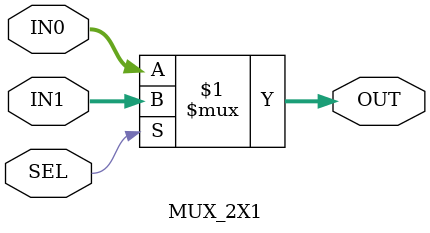
<source format=v>
module MUX_2X1 #(parameter D_WIDTH =8) (

input	wire	[D_WIDTH-1:0]	IN1,
input	wire	[D_WIDTH-1:0]	IN0,
input	wire			SEL,
output	wire	[D_WIDTH-1:0]	OUT	
	
);

assign OUT = (SEL)? IN1 : IN0 ;

endmodule

</source>
